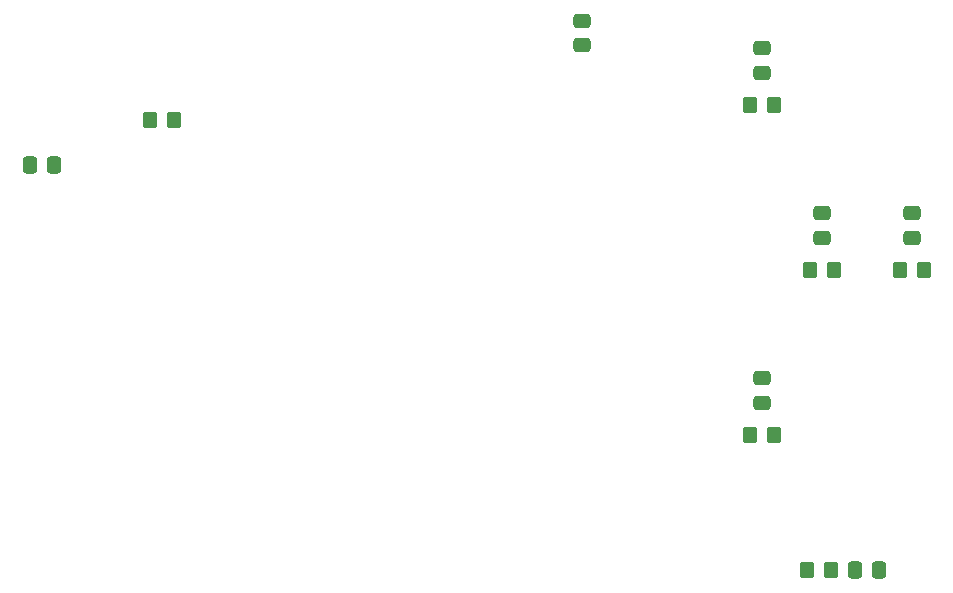
<source format=gbr>
%TF.GenerationSoftware,KiCad,Pcbnew,(6.0.7-1)-1*%
%TF.CreationDate,2023-03-26T15:29:43-04:00*%
%TF.ProjectId,RC_PCB,52435f50-4342-42e6-9b69-6361645f7063,rev?*%
%TF.SameCoordinates,Original*%
%TF.FileFunction,Paste,Top*%
%TF.FilePolarity,Positive*%
%FSLAX46Y46*%
G04 Gerber Fmt 4.6, Leading zero omitted, Abs format (unit mm)*
G04 Created by KiCad (PCBNEW (6.0.7-1)-1) date 2023-03-26 15:29:43*
%MOMM*%
%LPD*%
G01*
G04 APERTURE LIST*
G04 Aperture macros list*
%AMRoundRect*
0 Rectangle with rounded corners*
0 $1 Rounding radius*
0 $2 $3 $4 $5 $6 $7 $8 $9 X,Y pos of 4 corners*
0 Add a 4 corners polygon primitive as box body*
4,1,4,$2,$3,$4,$5,$6,$7,$8,$9,$2,$3,0*
0 Add four circle primitives for the rounded corners*
1,1,$1+$1,$2,$3*
1,1,$1+$1,$4,$5*
1,1,$1+$1,$6,$7*
1,1,$1+$1,$8,$9*
0 Add four rect primitives between the rounded corners*
20,1,$1+$1,$2,$3,$4,$5,0*
20,1,$1+$1,$4,$5,$6,$7,0*
20,1,$1+$1,$6,$7,$8,$9,0*
20,1,$1+$1,$8,$9,$2,$3,0*%
G04 Aperture macros list end*
%ADD10RoundRect,0.250000X0.475000X-0.337500X0.475000X0.337500X-0.475000X0.337500X-0.475000X-0.337500X0*%
%ADD11RoundRect,0.250000X0.337500X0.475000X-0.337500X0.475000X-0.337500X-0.475000X0.337500X-0.475000X0*%
%ADD12RoundRect,0.250000X-0.350000X-0.450000X0.350000X-0.450000X0.350000X0.450000X-0.350000X0.450000X0*%
%ADD13RoundRect,0.250000X-0.475000X0.337500X-0.475000X-0.337500X0.475000X-0.337500X0.475000X0.337500X0*%
%ADD14RoundRect,0.250000X0.350000X0.450000X-0.350000X0.450000X-0.350000X-0.450000X0.350000X-0.450000X0*%
G04 APERTURE END LIST*
D10*
%TO.C,C2*%
X177800000Y-69617500D03*
X177800000Y-67542500D03*
%TD*%
D11*
%TO.C,C6*%
X112797500Y-63500000D03*
X110722500Y-63500000D03*
%TD*%
D12*
%TO.C,R5*%
X120920000Y-59690000D03*
X122920000Y-59690000D03*
%TD*%
D10*
%TO.C,C5*%
X172720000Y-83587500D03*
X172720000Y-81512500D03*
%TD*%
D13*
%TO.C,C4*%
X157480000Y-51265000D03*
X157480000Y-53340000D03*
%TD*%
D10*
%TO.C,C3*%
X185420000Y-69617500D03*
X185420000Y-67542500D03*
%TD*%
D14*
%TO.C,R2*%
X178800000Y-72390000D03*
X176800000Y-72390000D03*
%TD*%
D11*
%TO.C,C7*%
X182647500Y-97790000D03*
X180572500Y-97790000D03*
%TD*%
D12*
%TO.C,R4*%
X171720000Y-86360000D03*
X173720000Y-86360000D03*
%TD*%
D10*
%TO.C,C1*%
X172720000Y-55647500D03*
X172720000Y-53572500D03*
%TD*%
D12*
%TO.C,R6*%
X176530000Y-97790000D03*
X178530000Y-97790000D03*
%TD*%
%TO.C,R3*%
X184420000Y-72390000D03*
X186420000Y-72390000D03*
%TD*%
%TO.C,R1*%
X171720000Y-58420000D03*
X173720000Y-58420000D03*
%TD*%
M02*

</source>
